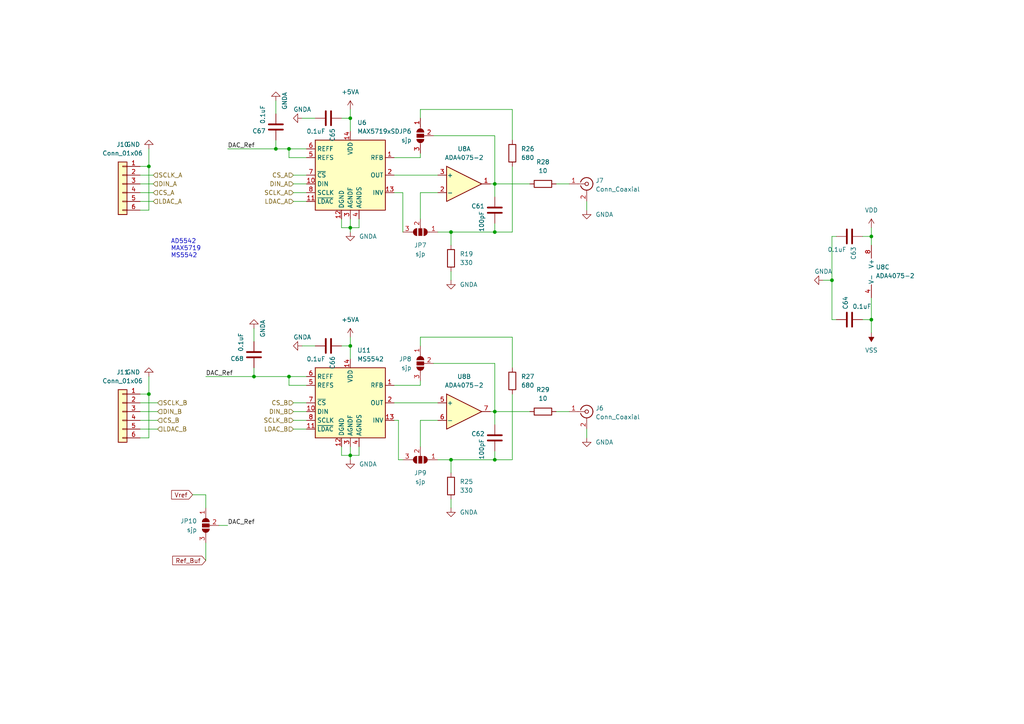
<source format=kicad_sch>
(kicad_sch (version 20211123) (generator eeschema)
  (paper "A4")
  (lib_symbols
    (symbol "Amplifier_Operational:NE5532" (pin_names (offset 0.127))
      (property "Reference" "U" (at 0 5.08 0))
      (property "Value" "NE5532" (at 0 -5.08 0))
      (symbol "NE5532_1_1"
        (polyline (pts (xy -5.08 5.08) (xy 5.08 0) (xy -5.08 -5.08) (xy -5.08 5.08)) (stroke (width 0.254)) (fill (type background)))
        (pin output line (at 7.62 0 180) (length 2.54) (name "~") (number "1"))
        (pin input line (at -7.62 -2.54 0) (length 2.54) (name "-") (number "2"))
        (pin input line (at -7.62 2.54 0) (length 2.54) (name "+") (number "3"))
      )
      (symbol "NE5532_2_1"
        (polyline (pts (xy -5.08 5.08) (xy 5.08 0) (xy -5.08 -5.08) (xy -5.08 5.08)) (stroke (width 0.254)) (fill (type background)))
        (pin input line (at -7.62 2.54 0) (length 2.54) (name "+") (number "5"))
        (pin input line (at -7.62 -2.54 0) (length 2.54) (name "-") (number "6"))
        (pin output line (at 7.62 0 180) (length 2.54) (name "~") (number "7"))
      )
      (symbol "NE5532_3_1"
        (pin power_in line (at -2.54 -7.62 90) (length 3.81) (name "V-") (number "4"))
        (pin power_in line (at -2.54 7.62 270) (length 3.81) (name "V+") (number "8"))
      )
    )
    (symbol "Analog_DAC:MAX5719xSD"
      (property "Reference" "U" (at -10.16 11.43 0))
      (property "Value" "MAX5719xSD" (at 1.27 11.43 0))
      (symbol "MAX5719xSD_0_1"
        (rectangle (start -10.16 10.16) (end 10.16 -10.16) (stroke (width 0.254)) (fill (type background)))
      )
      (symbol "MAX5719xSD_1_1"
        (pin passive line (at 12.7 5.08 180) (length 2.54) (name "RFB") (number "1"))
        (pin input line (at -12.7 -2.54 0) (length 2.54) (name "DIN") (number "10"))
        (pin input line (at -12.7 -7.62 0) (length 2.54) (name "~{LDAC}") (number "11"))
        (pin power_in line (at -2.54 -12.7 90) (length 2.54) (name "DGND") (number "12"))
        (pin passive line (at 12.7 -5.08 180) (length 2.54) (name "INV") (number "13"))
        (pin power_in line (at 0 12.7 270) (length 2.54) (name "VDD") (number "14"))
        (pin output line (at 12.7 0 180) (length 2.54) (name "OUT") (number "2"))
        (pin power_in line (at 0 -12.7 90) (length 2.54) (name "AGNDF") (number "3"))
        (pin power_in line (at 2.54 -12.7 90) (length 2.54) (name "AGNDS") (number "4"))
        (pin input line (at -12.7 5.08 0) (length 2.54) (name "REFS") (number "5"))
        (pin input line (at -12.7 7.62 0) (length 2.54) (name "REFF") (number "6"))
        (pin input line (at -12.7 0 0) (length 2.54) (name "~{CS}") (number "7"))
        (pin input line (at -12.7 -5.08 0) (length 2.54) (name "SCLK") (number "8"))
        (pin no_connect line (at 10.16 -7.62 180) (length 2.54) hide (name "NC") (number "9"))
      )
    )
    (symbol "Connector:Conn_Coaxial" (pin_names (offset 1.016) hide)
      (property "Reference" "J" (at 0.254 3.048 0))
      (property "Value" "Conn_Coaxial" (at 2.921 0 90))
      (symbol "Conn_Coaxial_0_1"
        (arc (start -1.778 -0.508) (mid 0.2311 -1.8066) (end 1.778 0) (stroke (width 0.254)))
        (polyline (pts (xy -2.54 0) (xy -0.508 0)))
        (polyline (pts (xy 0 -2.54) (xy 0 -1.778)))
        (circle (center 0 0) (radius 0.508) (stroke (width 0.2032)))
        (arc (start 1.778 0) (mid 0.2099 1.8101) (end -1.778 0.508) (stroke (width 0.254)))
      )
      (symbol "Conn_Coaxial_1_1"
        (pin passive line (at -5.08 0 0) (length 2.54) (name "In") (number "1"))
        (pin passive line (at 0 -5.08 90) (length 2.54) (name "Ext") (number "2"))
      )
    )
    (symbol "Connector_Generic:Conn_01x06" (pin_names (offset 1.016) hide)
      (property "Reference" "J" (at 0 7.62 0))
      (property "Value" "Conn_01x06" (at 0 -10.16 0))
      (symbol "Conn_01x06_1_1"
        (rectangle (start -1.27 -7.493) (end 0 -7.747) (stroke (width 0.1524)))
        (rectangle (start -1.27 -4.953) (end 0 -5.207) (stroke (width 0.1524)))
        (rectangle (start -1.27 -2.413) (end 0 -2.667) (stroke (width 0.1524)))
        (rectangle (start -1.27 0.127) (end 0 -0.127) (stroke (width 0.1524)))
        (rectangle (start -1.27 2.667) (end 0 2.413) (stroke (width 0.1524)))
        (rectangle (start -1.27 5.207) (end 0 4.953) (stroke (width 0.1524)))
        (rectangle (start -1.27 6.35) (end 1.27 -8.89) (stroke (width 0.254)) (fill (type background)))
        (pin passive line (at -5.08 5.08 0) (length 3.81) (name "Pin_1") (number "1"))
        (pin passive line (at -5.08 2.54 0) (length 3.81) (name "Pin_2") (number "2"))
        (pin passive line (at -5.08 0 0) (length 3.81) (name "Pin_3") (number "3"))
        (pin passive line (at -5.08 -2.54 0) (length 3.81) (name "Pin_4") (number "4"))
        (pin passive line (at -5.08 -5.08 0) (length 3.81) (name "Pin_5") (number "5"))
        (pin passive line (at -5.08 -7.62 0) (length 3.81) (name "Pin_6") (number "6"))
      )
    )
    (symbol "Device:C" (pin_numbers hide) (pin_names (offset 0.254))
      (property "Reference" "C" (at 0.635 2.54 0))
      (property "Value" "C" (at 0.635 -2.54 0))
      (symbol "C_0_1"
        (polyline (pts (xy -2.032 -0.762) (xy 2.032 -0.762)) (stroke (width 0.508)))
        (polyline (pts (xy -2.032 0.762) (xy 2.032 0.762)) (stroke (width 0.508)))
      )
      (symbol "C_1_1"
        (pin passive line (at 0 3.81 270) (length 2.794) (name "~") (number "1"))
        (pin passive line (at 0 -3.81 90) (length 2.794) (name "~") (number "2"))
      )
    )
    (symbol "Device:R" (pin_numbers hide) (pin_names (offset 0))
      (property "Reference" "R" (at 2.032 0 90))
      (property "Value" "R" (at 0 0 90))
      (symbol "R_0_1"
        (rectangle (start -1.016 -2.54) (end 1.016 2.54) (stroke (width 0.254)))
      )
      (symbol "R_1_1"
        (pin passive line (at 0 3.81 270) (length 1.27) (name "~") (number "1"))
        (pin passive line (at 0 -3.81 90) (length 1.27) (name "~") (number "2"))
      )
    )
    (symbol "Jumper:SolderJumper_3_Open" (pin_names (offset 0) hide)
      (property "Reference" "JP" (at -2.54 -2.54 0))
      (property "Value" "SolderJumper_3_Open" (at 0 2.794 0))
      (symbol "SolderJumper_3_Open_0_1"
        (arc (start -1.016 1.016) (mid -2.032 0) (end -1.016 -1.016))
        (arc (start -1.016 1.016) (mid -2.032 0) (end -1.016 -1.016) (fill (type outline)))
        (rectangle (start -0.508 1.016) (end 0.508 -1.016) (fill (type outline)))
        (polyline (pts (xy -2.54 0) (xy -2.032 0)))
        (polyline (pts (xy -1.016 1.016) (xy -1.016 -1.016)))
        (polyline (pts (xy 0 -1.27) (xy 0 -1.016)))
        (polyline (pts (xy 1.016 1.016) (xy 1.016 -1.016)))
        (polyline (pts (xy 2.54 0) (xy 2.032 0)))
        (arc (start 1.016 -1.016) (mid 2.032 0) (end 1.016 1.016))
        (arc (start 1.016 -1.016) (mid 2.032 0) (end 1.016 1.016) (fill (type outline)))
      )
      (symbol "SolderJumper_3_Open_1_1"
        (pin passive line (at -5.08 0 0) (length 2.54) (name "A") (number "1"))
        (pin passive line (at 0 -3.81 90) (length 2.54) (name "C") (number "2"))
        (pin passive line (at 5.08 0 180) (length 2.54) (name "B") (number "3"))
      )
    )
    (symbol "power:+5VA" (power) (pin_names (offset 0))
      (property "Value" "+5VA" (at 0 3.556 0))
      (symbol "+5VA_0_1"
        (polyline (pts (xy -0.762 1.27) (xy 0 2.54)))
        (polyline (pts (xy 0 0) (xy 0 2.54)))
        (polyline (pts (xy 0 2.54) (xy 0.762 1.27)))
      )
      (symbol "+5VA_1_1"
        (pin power_in line (at 0 0 90) (length 0) hide (name "+5VA") (number "1"))
      )
    )
    (symbol "power:GND" (power) (pin_names (offset 0))
      (property "Value" "GND" (at 0 -3.81 0))
      (symbol "GND_0_1"
        (polyline (pts (xy 0 0) (xy 0 -1.27) (xy 1.27 -1.27) (xy 0 -2.54) (xy -1.27 -1.27) (xy 0 -1.27)))
      )
      (symbol "GND_1_1"
        (pin power_in line (at 0 0 270) (length 0) hide (name "GND") (number "1"))
      )
    )
    (symbol "power:GNDA" (power) (pin_names (offset 0))
      (property "Value" "GNDA" (at 0 -3.81 0))
      (symbol "GNDA_0_1"
        (polyline (pts (xy 0 0) (xy 0 -1.27) (xy 1.27 -1.27) (xy 0 -2.54) (xy -1.27 -1.27) (xy 0 -1.27)))
      )
      (symbol "GNDA_1_1"
        (pin power_in line (at 0 0 270) (length 0) hide (name "GNDA") (number "1"))
      )
    )
    (symbol "power:VDD" (power) (pin_names (offset 0))
      (property "Value" "VDD" (at 0 3.81 0))
      (symbol "VDD_0_1"
        (polyline (pts (xy -0.762 1.27) (xy 0 2.54)))
        (polyline (pts (xy 0 0) (xy 0 2.54)))
        (polyline (pts (xy 0 2.54) (xy 0.762 1.27)))
      )
      (symbol "VDD_1_1"
        (pin power_in line (at 0 0 90) (length 0) hide (name "VDD") (number "1"))
      )
    )
    (symbol "power:VSS" (power) (pin_names (offset 0))
      (property "Value" "VSS" (at 0 3.81 0))
      (symbol "VSS_0_1"
        (polyline (pts (xy 0 0) (xy 0 2.54)))
        (polyline (pts (xy 0.762 1.27) (xy -0.762 1.27) (xy 0 2.54) (xy 0.762 1.27)) (fill (type outline)))
      )
      (symbol "VSS_1_1"
        (pin power_in line (at 0 0 90) (length 0) hide (name "VSS") (number "1"))
      )
    )
  )
  (junction (at 101.6 34.29))
  (junction (at 80.01 43.18))
  (junction (at 43.18 114.3))
  (junction (at 43.18 48.26))
  (junction (at 143.51 119.38))
  (junction (at 143.51 133.35))
  (junction (at 241.3 81.28))
  (junction (at 130.81 67.31))
  (junction (at 101.6 132.08))
  (junction (at 101.6 66.04))
  (junction (at 252.73 92.71))
  (junction (at 83.82 109.22))
  (junction (at 73.66 109.22))
  (junction (at 143.51 53.34))
  (junction (at 130.81 133.35))
  (junction (at 252.73 68.58))
  (junction (at 101.6 100.33))
  (junction (at 83.82 43.18))
  (junction (at 143.51 67.31))
  (wire (pts (xy 241.3 81.28) (xy 241.3 68.58)))
  (wire (pts (xy 83.82 43.18) (xy 83.82 45.72)))
  (wire (pts (xy 143.51 119.38) (xy 153.67 119.38)))
  (wire (pts (xy 80.01 40.64) (xy 80.01 43.18)))
  (wire (pts (xy 252.73 68.58) (xy 252.73 71.12)))
  (wire (pts (xy 121.92 121.92) (xy 127 121.92)))
  (wire (pts (xy 130.81 67.31) (xy 127 67.31)))
  (wire (pts (xy 91.44 34.29) (xy 87.63 34.29)))
  (wire (pts (xy 170.18 127) (xy 170.18 124.46)))
  (wire (pts (xy 115.57 133.35) (xy 116.84 133.35)))
  (wire (pts (xy 40.64 116.84) (xy 45.72 116.84)))
  (wire (pts (xy 104.14 132.08) (xy 101.6 132.08)))
  (wire (pts (xy 143.51 67.31) (xy 130.81 67.31)))
  (wire (pts (xy 121.92 34.29) (xy 121.92 31.75)))
  (wire (pts (xy 114.3 50.8) (xy 127 50.8)))
  (wire (pts (xy 40.64 119.38) (xy 45.72 119.38)))
  (wire (pts (xy 161.29 119.38) (xy 165.1 119.38)))
  (wire (pts (xy 83.82 43.18) (xy 88.9 43.18)))
  (wire (pts (xy 85.09 121.92) (xy 88.9 121.92)))
  (wire (pts (xy 121.92 31.75) (xy 148.59 31.75)))
  (wire (pts (xy 161.29 53.34) (xy 165.1 53.34)))
  (wire (pts (xy 73.66 109.22) (xy 83.82 109.22)))
  (wire (pts (xy 101.6 66.04) (xy 101.6 67.31)))
  (wire (pts (xy 43.18 114.3) (xy 43.18 127)))
  (wire (pts (xy 55.88 143.51) (xy 59.69 143.51)))
  (wire (pts (xy 252.73 86.36) (xy 252.73 92.71)))
  (wire (pts (xy 91.44 100.33) (xy 87.63 100.33)))
  (wire (pts (xy 85.09 116.84) (xy 88.9 116.84)))
  (wire (pts (xy 85.09 119.38) (xy 88.9 119.38)))
  (wire (pts (xy 99.06 63.5) (xy 99.06 66.04)))
  (wire (pts (xy 101.6 31.75) (xy 101.6 34.29)))
  (wire (pts (xy 85.09 58.42) (xy 88.9 58.42)))
  (wire (pts (xy 43.18 60.96) (xy 40.64 60.96)))
  (wire (pts (xy 121.92 97.79) (xy 148.59 97.79)))
  (wire (pts (xy 43.18 109.22) (xy 43.18 114.3)))
  (wire (pts (xy 148.59 48.26) (xy 148.59 67.31)))
  (wire (pts (xy 130.81 137.16) (xy 130.81 133.35)))
  (wire (pts (xy 148.59 67.31) (xy 143.51 67.31)))
  (wire (pts (xy 104.14 129.54) (xy 104.14 132.08)))
  (wire (pts (xy 59.69 143.51) (xy 59.69 147.32)))
  (wire (pts (xy 121.92 55.88) (xy 127 55.88)))
  (wire (pts (xy 43.18 114.3) (xy 40.64 114.3)))
  (wire (pts (xy 143.51 105.41) (xy 143.51 119.38)))
  (wire (pts (xy 143.51 123.19) (xy 143.51 119.38)))
  (wire (pts (xy 80.01 43.18) (xy 83.82 43.18)))
  (wire (pts (xy 121.92 63.5) (xy 121.92 55.88)))
  (wire (pts (xy 43.18 48.26) (xy 43.18 60.96)))
  (wire (pts (xy 250.19 68.58) (xy 252.73 68.58)))
  (wire (pts (xy 40.64 124.46) (xy 45.72 124.46)))
  (wire (pts (xy 252.73 92.71) (xy 250.19 92.71)))
  (wire (pts (xy 85.09 124.46) (xy 88.9 124.46)))
  (wire (pts (xy 85.09 50.8) (xy 88.9 50.8)))
  (wire (pts (xy 130.81 81.28) (xy 130.81 78.74)))
  (wire (pts (xy 241.3 81.28) (xy 241.3 92.71)))
  (wire (pts (xy 114.3 55.88) (xy 116.84 55.88)))
  (wire (pts (xy 101.6 100.33) (xy 101.6 104.14)))
  (wire (pts (xy 143.51 119.38) (xy 142.24 119.38)))
  (wire (pts (xy 143.51 64.77) (xy 143.51 67.31)))
  (wire (pts (xy 130.81 71.12) (xy 130.81 67.31)))
  (wire (pts (xy 43.18 43.18) (xy 43.18 48.26)))
  (wire (pts (xy 241.3 92.71) (xy 242.57 92.71)))
  (wire (pts (xy 143.51 57.15) (xy 143.51 53.34)))
  (wire (pts (xy 170.18 60.96) (xy 170.18 58.42)))
  (wire (pts (xy 143.51 53.34) (xy 142.24 53.34)))
  (wire (pts (xy 101.6 129.54) (xy 101.6 132.08)))
  (wire (pts (xy 44.45 58.42) (xy 40.64 58.42)))
  (wire (pts (xy 121.92 129.54) (xy 121.92 121.92)))
  (wire (pts (xy 143.51 39.37) (xy 143.51 53.34)))
  (wire (pts (xy 43.18 48.26) (xy 40.64 48.26)))
  (wire (pts (xy 121.92 110.49) (xy 121.92 111.76)))
  (wire (pts (xy 59.69 109.22) (xy 73.66 109.22)))
  (wire (pts (xy 114.3 116.84) (xy 127 116.84)))
  (wire (pts (xy 99.06 132.08) (xy 101.6 132.08)))
  (wire (pts (xy 114.3 121.92) (xy 115.57 121.92)))
  (wire (pts (xy 83.82 109.22) (xy 88.9 109.22)))
  (wire (pts (xy 59.69 162.56) (xy 59.69 157.48)))
  (wire (pts (xy 241.3 68.58) (xy 242.57 68.58)))
  (wire (pts (xy 116.84 55.88) (xy 116.84 67.31)))
  (wire (pts (xy 83.82 111.76) (xy 88.9 111.76)))
  (wire (pts (xy 83.82 109.22) (xy 83.82 111.76)))
  (wire (pts (xy 148.59 40.64) (xy 148.59 31.75)))
  (wire (pts (xy 125.73 105.41) (xy 143.51 105.41)))
  (wire (pts (xy 43.18 127) (xy 40.64 127)))
  (wire (pts (xy 85.09 55.88) (xy 88.9 55.88)))
  (wire (pts (xy 73.66 106.68) (xy 73.66 109.22)))
  (wire (pts (xy 121.92 100.33) (xy 121.92 97.79)))
  (wire (pts (xy 101.6 34.29) (xy 101.6 38.1)))
  (wire (pts (xy 115.57 121.92) (xy 115.57 133.35)))
  (wire (pts (xy 85.09 53.34) (xy 88.9 53.34)))
  (wire (pts (xy 83.82 45.72) (xy 88.9 45.72)))
  (wire (pts (xy 143.51 53.34) (xy 153.67 53.34)))
  (wire (pts (xy 99.06 129.54) (xy 99.06 132.08)))
  (wire (pts (xy 101.6 97.79) (xy 101.6 100.33)))
  (wire (pts (xy 121.92 111.76) (xy 114.3 111.76)))
  (wire (pts (xy 73.66 99.06) (xy 73.66 95.25)))
  (wire (pts (xy 44.45 53.34) (xy 40.64 53.34)))
  (wire (pts (xy 101.6 132.08) (xy 101.6 133.35)))
  (wire (pts (xy 101.6 63.5) (xy 101.6 66.04)))
  (wire (pts (xy 104.14 66.04) (xy 101.6 66.04)))
  (wire (pts (xy 66.04 152.4) (xy 63.5 152.4)))
  (wire (pts (xy 104.14 63.5) (xy 104.14 66.04)))
  (wire (pts (xy 148.59 106.68) (xy 148.59 97.79)))
  (wire (pts (xy 99.06 100.33) (xy 101.6 100.33)))
  (wire (pts (xy 121.92 44.45) (xy 121.92 45.72)))
  (wire (pts (xy 80.01 33.02) (xy 80.01 29.21)))
  (wire (pts (xy 66.04 43.18) (xy 80.01 43.18)))
  (wire (pts (xy 44.45 55.88) (xy 40.64 55.88)))
  (wire (pts (xy 130.81 133.35) (xy 127 133.35)))
  (wire (pts (xy 121.92 45.72) (xy 114.3 45.72)))
  (wire (pts (xy 99.06 34.29) (xy 101.6 34.29)))
  (wire (pts (xy 40.64 121.92) (xy 45.72 121.92)))
  (wire (pts (xy 252.73 66.04) (xy 252.73 68.58)))
  (wire (pts (xy 99.06 66.04) (xy 101.6 66.04)))
  (wire (pts (xy 148.59 114.3) (xy 148.59 133.35)))
  (wire (pts (xy 148.59 133.35) (xy 143.51 133.35)))
  (wire (pts (xy 143.51 133.35) (xy 130.81 133.35)))
  (wire (pts (xy 252.73 96.52) (xy 252.73 92.71)))
  (wire (pts (xy 130.81 147.32) (xy 130.81 144.78)))
  (wire (pts (xy 143.51 130.81) (xy 143.51 133.35)))
  (wire (pts (xy 238.76 81.28) (xy 241.3 81.28)))
  (wire (pts (xy 125.73 39.37) (xy 143.51 39.37)))
  (wire (pts (xy 44.45 50.8) (xy 40.64 50.8)))
  (text "AD5542\nMAX5719\nMS5542\n" (at 49.53 74.93 0) (effects (font (size 1.27 1.27)) (justify left bottom)))
  (label "DAC_Ref" (at 59.69 109.22 0))
  (label "DAC_Ref" (at 66.04 152.4 0))
  (label "DAC_Ref" (at 66.04 43.18 0))
  (global_label "Vref" (shape input) (at 55.88 143.51 180) (property "Intersheet References" "${INTERSHEET_REFS}" (effects hide)))
  (global_label "Ref_Buf" (shape input) (at 59.69 162.56 180) (property "Intersheet References" "${INTERSHEET_REFS}" (effects hide)))
  (hierarchical_label "DIN_A" (shape input) (at 44.45 53.34 0))
  (hierarchical_label "CS_B" (shape input) (at 85.09 116.84 180))
  (hierarchical_label "CS_A" (shape input) (at 85.09 50.8 180))
  (hierarchical_label "SCLK_B" (shape input) (at 45.72 116.84 0))
  (hierarchical_label "DIN_A" (shape input) (at 85.09 53.34 180))
  (hierarchical_label "LDAC_A" (shape input) (at 85.09 58.42 180))
  (hierarchical_label "CS_A" (shape input) (at 44.45 55.88 0))
  (hierarchical_label "DIN_B" (shape input) (at 45.72 119.38 0))
  (hierarchical_label "LDAC_B" (shape input) (at 45.72 124.46 0))
  (hierarchical_label "SCLK_B" (shape input) (at 85.09 121.92 180))
  (hierarchical_label "DIN_B" (shape input) (at 85.09 119.38 180))
  (hierarchical_label "LDAC_B" (shape input) (at 85.09 124.46 180))
  (hierarchical_label "LDAC_A" (shape input) (at 44.45 58.42 0))
  (hierarchical_label "SCLK_A" (shape input) (at 44.45 50.8 0))
  (hierarchical_label "SCLK_A" (shape input) (at 85.09 55.88 180))
  (hierarchical_label "CS_B" (shape input) (at 45.72 121.92 0))
  (symbol (lib_id "power:+5VA") (at 101.6 31.75 0) (unit 1)
    (property "Reference" "#PWR0118" (effects hide))
    (property "Value" "+5VA" (at 101.6 26.67 0))
  )
  (symbol (lib_id "power:GNDA") (at 238.76 81.28 270) (unit 1)
    (property "Reference" "#PWR0150" (effects hide))
    (property "Value" "GNDA" (at 236.22 78.74 90) (effects (justify left)))
  )
  (symbol (lib_id "Amplifier_Operational:NE5532") (at 134.62 53.34 0) (unit 1)
    (property "Reference" "U8" (at 134.62 43.18 0))
    (property "Value" "ADA4075-2" (at 134.62 45.72 0))
    (property "Footprint" "Package_SO:SOIC-8_3.9x4.9mm_P1.27mm" (effects hide))
    (property "Datasheet" "http://www.ti.com/lit/ds/symlink/ne5532.pdf" (effects hide))
  )
  (symbol (lib_id "Device:R") (at 130.81 140.97 0) (mirror y) (unit 1)
    (property "Reference" "R25" (at 133.35 139.6999 0) (effects (justify right)))
    (property "Value" "330" (at 133.35 142.2399 0) (effects (justify right)))
    (property "Footprint" "Resistor_SMD:R_0805_2012Metric" (effects hide))
  )
  (symbol (lib_id "power:GNDA") (at 87.63 34.29 270) (unit 1)
    (property "Reference" "#PWR0156" (effects hide))
    (property "Value" "GNDA" (at 85.09 31.75 90) (effects (justify left)))
  )
  (symbol (lib_id "Device:R") (at 130.81 74.93 0) (mirror y) (unit 1)
    (property "Reference" "R19" (at 133.35 73.6599 0) (effects (justify right)))
    (property "Value" "330" (at 133.35 76.1999 0) (effects (justify right)))
    (property "Footprint" "Resistor_SMD:R_0805_2012Metric" (effects hide))
  )
  (symbol (lib_id "Jumper:SolderJumper_3_Open") (at 121.92 133.35 180) (unit 1)
    (property "Reference" "JP9" (at 121.92 137.16 0))
    (property "Value" "sjp" (at 121.92 139.7 0))
    (property "Footprint" "Jumper:SolderJumper-3_P1.3mm_Open_RoundedPad1.0x1.5mm" (effects hide))
  )
  (symbol (lib_id "power:GND") (at 43.18 43.18 0) (mirror x) (unit 1)
    (property "Reference" "#PWR0178" (effects hide))
    (property "Value" "GND" (at 40.64 41.9099 0) (effects (justify right)))
  )
  (symbol (lib_id "Jumper:SolderJumper_3_Open") (at 121.92 39.37 90) (mirror x) (unit 1)
    (property "Reference" "JP6" (at 119.38 38.0999 90) (effects (justify left)))
    (property "Value" "sjp" (at 119.38 40.6399 90) (effects (justify left)))
    (property "Footprint" "Jumper:SolderJumper-3_P1.3mm_Open_RoundedPad1.0x1.5mm" (effects hide))
  )
  (symbol (lib_id "Device:R") (at 157.48 53.34 90) (mirror x) (unit 1)
    (property "Reference" "R28" (at 157.48 46.99 90))
    (property "Value" "10" (at 157.48 49.53 90))
    (property "Footprint" "Resistor_SMD:R_0805_2012Metric" (effects hide))
  )
  (symbol (lib_id "power:GNDA") (at 87.63 100.33 270) (unit 1)
    (property "Reference" "#PWR0157" (effects hide))
    (property "Value" "GNDA" (at 85.09 97.79 90) (effects (justify left)))
  )
  (symbol (lib_id "Device:C") (at 95.25 100.33 270) (unit 1)
    (property "Reference" "C66" (at 96.4184 103.251 0) (effects (justify left)))
    (property "Value" "0.1uF" (at 88.9 104.14 90) (effects (justify left)))
    (property "Footprint" "Capacitor_SMD:C_0603_1608Metric_Pad1.08x0.95mm_HandSolder" (effects hide))
  )
  (symbol (lib_id "Device:C") (at 73.66 102.87 180) (unit 1)
    (property "Reference" "C68" (at 70.739 104.0384 0) (effects (justify left)))
    (property "Value" "0.1uF" (at 69.85 96.52 90) (effects (justify left)))
    (property "Footprint" "Capacitor_SMD:C_0603_1608Metric_Pad1.08x0.95mm_HandSolder" (effects hide))
  )
  (symbol (lib_id "power:GNDA") (at 130.81 147.32 0) (unit 1)
    (property "Reference" "#PWR0152" (effects hide))
    (property "Value" "GNDA" (at 133.35 148.5899 0) (effects (justify left)))
  )
  (symbol (lib_id "power:GND") (at 43.18 109.22 0) (mirror x) (unit 1)
    (property "Reference" "#PWR0179" (effects hide))
    (property "Value" "GND" (at 40.64 107.9499 0) (effects (justify right)))
  )
  (symbol (lib_id "Device:R") (at 148.59 110.49 0) (mirror y) (unit 1)
    (property "Reference" "R27" (at 151.13 109.2199 0) (effects (justify right)))
    (property "Value" "680" (at 151.13 111.7599 0) (effects (justify right)))
    (property "Footprint" "Resistor_SMD:R_0805_2012Metric" (effects hide))
  )
  (symbol (lib_id "Device:C") (at 80.01 36.83 180) (unit 1)
    (property "Reference" "C67" (at 77.089 37.9984 0) (effects (justify left)))
    (property "Value" "0.1uF" (at 76.2 30.48 90) (effects (justify left)))
    (property "Footprint" "Capacitor_SMD:C_0603_1608Metric_Pad1.08x0.95mm_HandSolder" (effects hide))
  )
  (symbol (lib_id "Connector:Conn_Coaxial") (at 170.18 53.34 0) (unit 1)
    (property "Reference" "J7" (at 172.72 52.3631 0) (effects (justify left)))
    (property "Value" "Conn_Coaxial" (at 172.72 54.9031 0) (effects (justify left)))
    (property "Footprint" "Connector_Coaxial:SMA_Amphenol_132134_Vertical" (effects hide))
    (property "Datasheet" " ~" (effects hide))
  )
  (symbol (lib_id "power:GNDA") (at 130.81 81.28 0) (unit 1)
    (property "Reference" "#PWR0151" (effects hide))
    (property "Value" "GNDA" (at 133.35 82.5499 0) (effects (justify left)))
  )
  (symbol (lib_id "Device:C") (at 143.51 127 0) (mirror y) (unit 1)
    (property "Reference" "C62" (at 140.589 125.8316 0) (effects (justify left)))
    (property "Value" "100pF" (at 139.7 133.35 90) (effects (justify left)))
    (property "Footprint" "Capacitor_SMD:C_0805_2012Metric" (effects hide))
  )
  (symbol (lib_id "Amplifier_Operational:NE5532") (at 134.62 119.38 0) (unit 2)
    (property "Reference" "U8" (at 134.62 109.22 0))
    (property "Value" "ADA4075-2" (at 134.62 111.76 0))
    (property "Datasheet" "http://www.ti.com/lit/ds/symlink/ne5532.pdf" (effects hide))
  )
  (symbol (lib_id "power:GNDA") (at 73.66 95.25 180) (unit 1)
    (property "Reference" "#PWR0159" (effects hide))
    (property "Value" "GNDA" (at 76.2 92.71 90) (effects (justify left)))
  )
  (symbol (lib_id "Device:R") (at 157.48 119.38 90) (mirror x) (unit 1)
    (property "Reference" "R29" (at 157.48 113.03 90))
    (property "Value" "10" (at 157.48 115.57 90))
    (property "Footprint" "Resistor_SMD:R_0805_2012Metric" (effects hide))
  )
  (symbol (lib_id "Amplifier_Operational:NE5532") (at 255.27 78.74 0) (unit 3)
    (property "Reference" "U8" (at 254 77.4699 0) (effects (justify left)))
    (property "Value" "ADA4075-2" (at 254 80.0099 0) (effects (justify left)))
    (property "Datasheet" "http://www.ti.com/lit/ds/symlink/ne5532.pdf" (effects hide))
  )
  (symbol (lib_id "Device:C") (at 143.51 60.96 0) (mirror y) (unit 1)
    (property "Reference" "C61" (at 140.589 59.7916 0) (effects (justify left)))
    (property "Value" "100pF" (at 139.7 67.31 90) (effects (justify left)))
    (property "Footprint" "Capacitor_SMD:C_0805_2012Metric" (effects hide))
  )
  (symbol (lib_id "Analog_DAC:MAX5719xSD") (at 101.6 50.8 0) (unit 1)
    (property "Reference" "U6" (at 103.6194 35.56 0) (effects (justify left)))
    (property "Value" "MAX5719xSD" (at 103.6194 38.1 0) (effects (justify left)))
    (property "Footprint" "Package_SO:SOIC-14_3.9x8.7mm_P1.27mm" (effects hide))
    (property "Datasheet" "https://datasheets.maximintegrated.com/en/ds/MAX5717-MAX5719.pdf" (effects hide))
  )
  (symbol (lib_id "power:+5VA") (at 101.6 97.79 0) (unit 1)
    (property "Reference" "#PWR0153" (effects hide))
    (property "Value" "+5VA" (at 101.6 92.71 0))
  )
  (symbol (lib_id "Connector_Generic:Conn_01x06") (at 35.56 53.34 0) (mirror y) (unit 1)
    (property "Reference" "J10" (at 35.56 41.91 0))
    (property "Value" "Conn_01x06" (at 35.56 44.45 0))
    (property "Footprint" "Connector_PinHeader_2.54mm:PinHeader_1x06_P2.54mm_Vertical" (effects hide))
  )
  (symbol (lib_id "Connector:Conn_Coaxial") (at 170.18 119.38 0) (unit 1)
    (property "Reference" "J6" (at 172.72 118.4031 0) (effects (justify left)))
    (property "Value" "Conn_Coaxial" (at 172.72 120.9431 0) (effects (justify left)))
    (property "Footprint" "Connector_Coaxial:SMA_Amphenol_132134_Vertical" (effects hide))
    (property "Datasheet" " ~" (effects hide))
  )
  (symbol (lib_id "Device:C") (at 246.38 92.71 90) (unit 1)
    (property "Reference" "C64" (at 245.2116 89.789 0) (effects (justify left)))
    (property "Value" "0.1uF" (at 252.73 88.9 90) (effects (justify left)))
    (property "Footprint" "Capacitor_SMD:C_0603_1608Metric_Pad1.08x0.95mm_HandSolder" (effects hide))
  )
  (symbol (lib_id "power:GNDA") (at 170.18 127 0) (unit 1)
    (property "Reference" "#PWR0174" (effects hide))
    (property "Value" "GNDA" (at 172.72 128.2699 0) (effects (justify left)))
  )
  (symbol (lib_id "Device:C") (at 246.38 68.58 270) (unit 1)
    (property "Reference" "C63" (at 247.5484 71.501 0) (effects (justify left)))
    (property "Value" "0.1uF" (at 240.03 72.39 90) (effects (justify left)))
    (property "Footprint" "Capacitor_SMD:C_0603_1608Metric_Pad1.08x0.95mm_HandSolder" (effects hide))
  )
  (symbol (lib_id "power:VSS") (at 252.73 96.52 180) (unit 1)
    (property "Reference" "#PWR0155" (effects hide))
    (property "Value" "VSS" (at 252.73 101.6 0))
  )
  (symbol (lib_id "power:GNDA") (at 80.01 29.21 180) (unit 1)
    (property "Reference" "#PWR0158" (effects hide))
    (property "Value" "GNDA" (at 82.55 26.67 90) (effects (justify left)))
  )
  (symbol (lib_id "Jumper:SolderJumper_3_Open") (at 121.92 105.41 90) (mirror x) (unit 1)
    (property "Reference" "JP8" (at 119.38 104.1399 90) (effects (justify left)))
    (property "Value" "sjp" (at 119.38 106.6799 90) (effects (justify left)))
    (property "Footprint" "Jumper:SolderJumper-3_P1.3mm_Open_RoundedPad1.0x1.5mm" (effects hide))
  )
  (symbol (lib_id "Device:C") (at 95.25 34.29 270) (unit 1)
    (property "Reference" "C65" (at 96.4184 37.211 0) (effects (justify left)))
    (property "Value" "0.1uF" (at 88.9 38.1 90) (effects (justify left)))
    (property "Footprint" "Capacitor_SMD:C_0603_1608Metric_Pad1.08x0.95mm_HandSolder" (effects hide))
  )
  (symbol (lib_id "Jumper:SolderJumper_3_Open") (at 121.92 67.31 180) (unit 1)
    (property "Reference" "JP7" (at 121.92 71.12 0))
    (property "Value" "sjp" (at 121.92 73.66 0))
    (property "Footprint" "Jumper:SolderJumper-3_P1.3mm_Open_RoundedPad1.0x1.5mm" (effects hide))
  )
  (symbol (lib_id "power:VDD") (at 252.73 66.04 0) (unit 1)
    (property "Reference" "#PWR0149" (effects hide))
    (property "Value" "VDD" (at 252.73 60.96 0))
  )
  (symbol (lib_id "power:GNDA") (at 170.18 60.96 0) (unit 1)
    (property "Reference" "#PWR0175" (effects hide))
    (property "Value" "GNDA" (at 172.72 62.2299 0) (effects (justify left)))
  )
  (symbol (lib_id "Analog_DAC:MAX5719xSD") (at 101.6 116.84 0) (unit 1)
    (property "Reference" "U11" (at 103.6194 101.6 0) (effects (justify left)))
    (property "Value" "MS5542" (at 103.6194 104.14 0) (effects (justify left)))
    (property "Footprint" "Package_SO:SOIC-14_3.9x8.7mm_P1.27mm" (effects hide))
    (property "Datasheet" "https://datasheets.maximintegrated.com/en/ds/MAX5717-MAX5719.pdf" (effects hide))
  )
  (symbol (lib_id "power:GNDA") (at 101.6 67.31 0) (unit 1)
    (property "Reference" "#PWR0119" (effects hide))
    (property "Value" "GNDA" (at 104.14 68.5799 0) (effects (justify left)))
  )
  (symbol (lib_id "Device:R") (at 148.59 44.45 0) (mirror y) (unit 1)
    (property "Reference" "R26" (at 151.13 43.1799 0) (effects (justify right)))
    (property "Value" "680" (at 151.13 45.7199 0) (effects (justify right)))
    (property "Footprint" "Resistor_SMD:R_0805_2012Metric" (effects hide))
  )
  (symbol (lib_id "Connector_Generic:Conn_01x06") (at 35.56 119.38 0) (mirror y) (unit 1)
    (property "Reference" "J11" (at 35.56 107.95 0))
    (property "Value" "Conn_01x06" (at 35.56 110.49 0))
    (property "Footprint" "Connector_PinHeader_2.54mm:PinHeader_1x06_P2.54mm_Vertical" (effects hide))
  )
  (symbol (lib_id "power:GNDA") (at 101.6 133.35 0) (unit 1)
    (property "Reference" "#PWR0154" (effects hide))
    (property "Value" "GNDA" (at 104.14 134.6199 0) (effects (justify left)))
  )
  (symbol (lib_id "Jumper:SolderJumper_3_Open") (at 59.69 152.4 90) (mirror x) (unit 1)
    (property "Reference" "JP10" (at 57.15 151.1299 90) (effects (justify left)))
    (property "Value" "sjp" (at 57.15 153.6699 90) (effects (justify left)))
    (property "Footprint" "Jumper:SolderJumper-3_P1.3mm_Open_RoundedPad1.0x1.5mm" (effects hide))
  )
)
</source>
